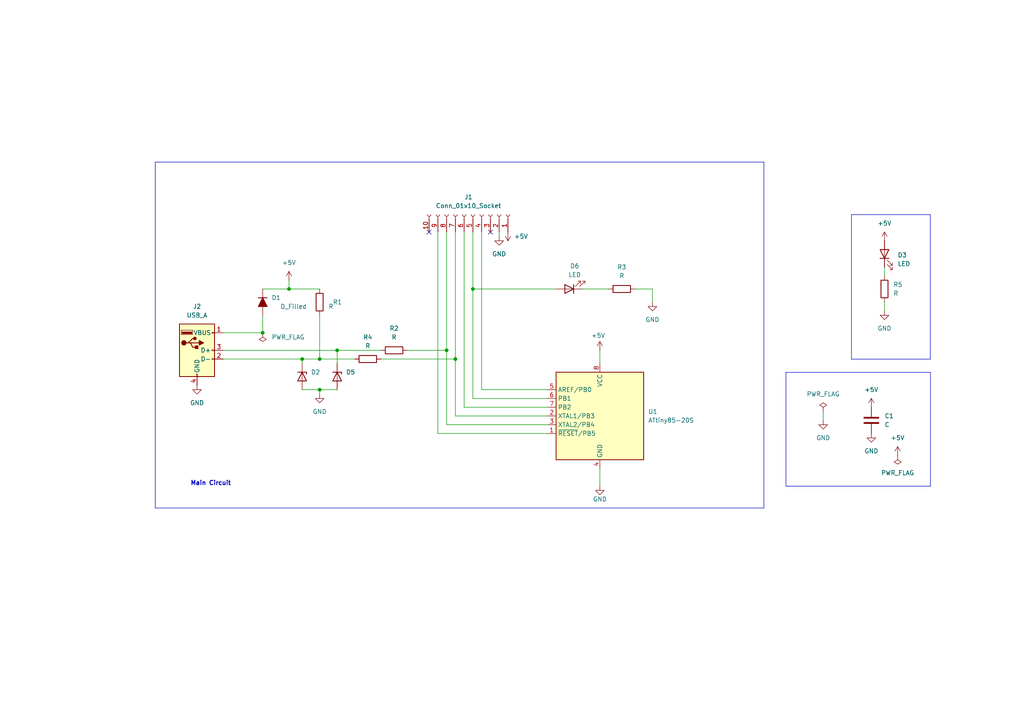
<source format=kicad_sch>
(kicad_sch (version 20230121) (generator eeschema)
  (paper "A4")
  (title_block (date "2024-03-18") (rev "version Test2024") (company "UCC") (comment 1 "proyectoBase2024"))
  (lib_symbols
    (symbol "+5V_1" (power) (pin_names (offset 0))
      (property "Value" "+5V_1" (at 0 3.556 0))
      (symbol "+5V_1_0_1"
        (polyline (pts (xy -0.762 1.27) (xy 0 2.54)))
        (polyline (pts (xy 0 0) (xy 0 2.54)))
        (polyline (pts (xy 0 2.54) (xy 0.762 1.27)))
      )
      (symbol "+5V_1_1_1"
        (pin power_in line (at 0 0 90) (length 0) hide (name "+5V") (number "1"))
      )
    )
    (symbol "Connector:Conn_01x10_Socket" (pin_names (offset 1.016) hide)
      (property "Reference" "J" (at 0 12.7 0))
      (property "Value" "Conn_01x10_Socket" (at 0 -15.24 0))
      (symbol "Conn_01x10_Socket_1_1"
        (arc (start 0 -12.192) (mid -0.5058 -12.7) (end 0 -13.208) (stroke (width 0.1524)))
        (arc (start 0 -9.652) (mid -0.5058 -10.16) (end 0 -10.668) (stroke (width 0.1524)))
        (arc (start 0 -7.112) (mid -0.5058 -7.62) (end 0 -8.128) (stroke (width 0.1524)))
        (arc (start 0 -4.572) (mid -0.5058 -5.08) (end 0 -5.588) (stroke (width 0.1524)))
        (arc (start 0 -2.032) (mid -0.5058 -2.54) (end 0 -3.048) (stroke (width 0.1524)))
        (polyline (pts (xy -1.27 -12.7) (xy -0.508 -12.7)) (stroke (width 0.1524)))
        (polyline (pts (xy -1.27 -10.16) (xy -0.508 -10.16)) (stroke (width 0.1524)))
        (polyline (pts (xy -1.27 -7.62) (xy -0.508 -7.62)) (stroke (width 0.1524)))
        (polyline (pts (xy -1.27 -5.08) (xy -0.508 -5.08)) (stroke (width 0.1524)))
        (polyline (pts (xy -1.27 -2.54) (xy -0.508 -2.54)) (stroke (width 0.1524)))
        (polyline (pts (xy -1.27 0) (xy -0.508 0)) (stroke (width 0.1524)))
        (polyline (pts (xy -1.27 2.54) (xy -0.508 2.54)) (stroke (width 0.1524)))
        (polyline (pts (xy -1.27 5.08) (xy -0.508 5.08)) (stroke (width 0.1524)))
        (polyline (pts (xy -1.27 7.62) (xy -0.508 7.62)) (stroke (width 0.1524)))
        (polyline (pts (xy -1.27 10.16) (xy -0.508 10.16)) (stroke (width 0.1524)))
        (arc (start 0 0.508) (mid -0.5058 0) (end 0 -0.508) (stroke (width 0.1524)))
        (arc (start 0 3.048) (mid -0.5058 2.54) (end 0 2.032) (stroke (width 0.1524)))
        (arc (start 0 5.588) (mid -0.5058 5.08) (end 0 4.572) (stroke (width 0.1524)))
        (arc (start 0 8.128) (mid -0.5058 7.62) (end 0 7.112) (stroke (width 0.1524)))
        (arc (start 0 10.668) (mid -0.5058 10.16) (end 0 9.652) (stroke (width 0.1524)))
        (pin passive line (at -5.08 10.16 0) (length 3.81) (name "Pin_1") (number "1"))
        (pin passive line (at -5.08 -12.7 0) (length 3.81) (name "Pin_10") (number "10"))
        (pin passive line (at -5.08 7.62 0) (length 3.81) (name "Pin_2") (number "2"))
        (pin passive line (at -5.08 5.08 0) (length 3.81) (name "Pin_3") (number "3"))
        (pin passive line (at -5.08 2.54 0) (length 3.81) (name "Pin_4") (number "4"))
        (pin passive line (at -5.08 0 0) (length 3.81) (name "Pin_5") (number "5"))
        (pin passive line (at -5.08 -2.54 0) (length 3.81) (name "Pin_6") (number "6"))
        (pin passive line (at -5.08 -5.08 0) (length 3.81) (name "Pin_7") (number "7"))
        (pin passive line (at -5.08 -7.62 0) (length 3.81) (name "Pin_8") (number "8"))
        (pin passive line (at -5.08 -10.16 0) (length 3.81) (name "Pin_9") (number "9"))
      )
    )
    (symbol "Connector:USB_A" (pin_names (offset 1.016))
      (property "Reference" "J2" (at 0 12.7 0))
      (property "Value" "USB_A" (at 0 10.16 0))
      (symbol "USB_A_0_1"
        (rectangle (start -5.08 -7.62) (end 5.08 7.62) (stroke (width 0.254)) (fill (type background)))
        (circle (center -3.81 2.159) (radius 0.635) (stroke (width 0.254)) (fill (type outline)))
        (rectangle (start -1.524 4.826) (end -4.318 5.334) (fill (type outline)))
        (rectangle (start -1.27 4.572) (end -4.572 5.842))
        (circle (center -0.635 3.429) (radius 0.381) (stroke (width 0.254)) (fill (type outline)))
        (rectangle (start -0.127 -7.62) (end 0.127 -6.858))
        (polyline (pts (xy -3.175 2.159) (xy -2.54 2.159) (xy -1.27 3.429) (xy -0.635 3.429)) (stroke (width 0.254)))
        (polyline (pts (xy -2.54 2.159) (xy -1.905 2.159) (xy -1.27 0.889) (xy 0 0.889)) (stroke (width 0.254)))
        (polyline (pts (xy 0.635 2.794) (xy 0.635 1.524) (xy 1.905 2.159) (xy 0.635 2.794)) (stroke (width 0.254)) (fill (type outline)))
        (rectangle (start 0.254 1.27) (end -0.508 0.508) (stroke (width 0.254)) (fill (type outline)))
        (rectangle (start 5.08 -2.667) (end 4.318 -2.413))
        (rectangle (start 5.08 -0.127) (end 4.318 0.127))
        (rectangle (start 5.08 4.953) (end 4.318 5.207))
      )
      (symbol "USB_A_1_1"
        (polyline (pts (xy -1.905 2.159) (xy 0.635 2.159)) (stroke (width 0.254)))
        (pin power_in line (at 7.62 5.08 180) (length 2.54) (name "VBUS") (number "1"))
        (pin bidirectional line (at 7.62 -2.54 180) (length 2.54) (name "D-") (number "2"))
        (pin bidirectional line (at 7.62 0 180) (length 2.54) (name "D+") (number "3"))
        (pin power_in line (at 0 -10.16 90) (length 2.54) (name "GND") (number "4"))
      )
    )
    (symbol "D_Filled_1" (pin_numbers hide) (pin_names (offset 1.016) hide)
      (property "Reference" "D" (at 0 2.54 0))
      (property "Value" "D_Filled" (at 0 -2.54 0))
      (symbol "D_Filled_1_0_1"
        (polyline (pts (xy -1.27 1.27) (xy -1.27 -1.27)) (stroke (width 0.254)))
        (polyline (pts (xy 1.27 0) (xy -1.27 0)))
        (polyline (pts (xy 1.27 1.27) (xy 1.27 -1.27) (xy -1.27 0) (xy 1.27 1.27)) (stroke (width 0.254)) (fill (type outline)))
      )
      (symbol "D_Filled_1_1_1"
        (pin passive line (at -3.81 0 0) (length 2.54) (name "K") (number "1"))
        (pin passive line (at 3.81 0 180) (length 2.54) (name "A") (number "2"))
      )
    )
    (symbol "Device:C" (pin_numbers hide) (pin_names (offset 0.254))
      (property "Reference" "C" (at 0.635 2.54 0))
      (property "Value" "C" (at 0.635 -2.54 0))
      (symbol "C_0_1"
        (polyline (pts (xy -2.032 -0.762) (xy 2.032 -0.762)) (stroke (width 0.508)))
        (polyline (pts (xy -2.032 0.762) (xy 2.032 0.762)) (stroke (width 0.508)))
      )
      (symbol "C_1_1"
        (pin passive line (at 0 3.81 270) (length 2.794) (name "~") (number "1"))
        (pin passive line (at 0 -3.81 90) (length 2.794) (name "~") (number "2"))
      )
    )
    (symbol "Device:D_Zener" (pin_numbers hide) (pin_names (offset 1.016) hide)
      (property "Reference" "D" (at 0 2.54 0))
      (property "Value" "D_Zener" (at 0 -2.54 0))
      (symbol "D_Zener_0_1"
        (polyline (pts (xy 1.27 0) (xy -1.27 0)))
        (polyline (pts (xy -1.27 -1.27) (xy -1.27 1.27) (xy -0.762 1.27)) (stroke (width 0.254)))
        (polyline (pts (xy 1.27 -1.27) (xy 1.27 1.27) (xy -1.27 0) (xy 1.27 -1.27)) (stroke (width 0.254)))
      )
      (symbol "D_Zener_1_1"
        (pin passive line (at -3.81 0 0) (length 2.54) (name "K") (number "1"))
        (pin passive line (at 3.81 0 180) (length 2.54) (name "A") (number "2"))
      )
    )
    (symbol "Device:LED" (pin_numbers hide) (pin_names (offset 1.016) hide)
      (property "Reference" "D" (at 0 2.54 0))
      (property "Value" "LED" (at 0 -2.54 0))
      (symbol "LED_0_1"
        (polyline (pts (xy -1.27 -1.27) (xy -1.27 1.27)) (stroke (width 0.254)))
        (polyline (pts (xy -1.27 0) (xy 1.27 0)))
        (polyline (pts (xy 1.27 -1.27) (xy 1.27 1.27) (xy -1.27 0) (xy 1.27 -1.27)) (stroke (width 0.254)))
        (polyline (pts (xy -3.048 -0.762) (xy -4.572 -2.286) (xy -3.81 -2.286) (xy -4.572 -2.286) (xy -4.572 -1.524)))
        (polyline (pts (xy -1.778 -0.762) (xy -3.302 -2.286) (xy -2.54 -2.286) (xy -3.302 -2.286) (xy -3.302 -1.524)))
      )
      (symbol "LED_1_1"
        (pin passive line (at -3.81 0 0) (length 2.54) (name "K") (number "1"))
        (pin passive line (at 3.81 0 180) (length 2.54) (name "A") (number "2"))
      )
    )
    (symbol "Device:R" (pin_numbers hide) (pin_names (offset 0))
      (property "Reference" "R" (at 2.032 0 90))
      (property "Value" "R" (at 0 0 90))
      (symbol "R_0_1"
        (rectangle (start -1.016 -2.54) (end 1.016 2.54) (stroke (width 0.254)))
      )
      (symbol "R_1_1"
        (pin passive line (at 0 3.81 270) (length 1.27) (name "~") (number "1"))
        (pin passive line (at 0 -3.81 90) (length 1.27) (name "~") (number "2"))
      )
    )
    (symbol "GND_1" (power) (pin_names (offset 0))
      (property "Value" "GND_1" (at 0 -3.81 0))
      (symbol "GND_1_0_1"
        (polyline (pts (xy 0 0) (xy 0 -1.27) (xy 1.27 -1.27) (xy 0 -2.54) (xy -1.27 -1.27) (xy 0 -1.27)))
      )
      (symbol "GND_1_1_1"
        (pin power_in line (at 0 0 270) (length 0) hide (name "GND") (number "1"))
      )
    )
    (symbol "MCU_Microchip_ATtiny:ATtiny85-20S"
      (property "Reference" "U" (at -12.7 13.97 0))
      (property "Value" "ATtiny85-20S" (at 2.54 -13.97 0))
      (symbol "ATtiny85-20S_0_1"
        (rectangle (start -12.7 -12.7) (end 12.7 12.7) (stroke (width 0.254)) (fill (type background)))
      )
      (symbol "ATtiny85-20S_1_1"
        (pin bidirectional line (at 15.24 -5.08 180) (length 2.54) (name "~{RESET}/PB5") (number "1"))
        (pin bidirectional line (at 15.24 0 180) (length 2.54) (name "XTAL1/PB3") (number "2"))
        (pin bidirectional line (at 15.24 -2.54 180) (length 2.54) (name "XTAL2/PB4") (number "3"))
        (pin power_in line (at 0 -15.24 90) (length 2.54) (name "GND") (number "4"))
        (pin bidirectional line (at 15.24 7.62 180) (length 2.54) (name "AREF/PB0") (number "5"))
        (pin bidirectional line (at 15.24 5.08 180) (length 2.54) (name "PB1") (number "6"))
        (pin bidirectional line (at 15.24 2.54 180) (length 2.54) (name "PB2") (number "7"))
        (pin power_in line (at 0 15.24 270) (length 2.54) (name "VCC") (number "8"))
      )
    )
    (symbol "PWR_FLAG_1" (power) (pin_numbers hide) (pin_names (offset 0) hide)
      (property "Value" "PWR_FLAG_1" (at 0 3.81 0))
      (symbol "PWR_FLAG_1_0_0"
        (pin power_out line (at 0 0 90) (length 0) (name "pwr") (number "1"))
      )
      (symbol "PWR_FLAG_1_0_1"
        (polyline (pts (xy 0 0) (xy 0 1.27) (xy -1.016 1.905) (xy 0 2.54) (xy 1.016 1.905) (xy 0 1.27)))
      )
    )
    (symbol "power:+5V" (power) (pin_names (offset 0))
      (property "Value" "+5V" (at 0 3.556 0))
      (symbol "+5V_0_1"
        (polyline (pts (xy -0.762 1.27) (xy 0 2.54)))
        (polyline (pts (xy 0 0) (xy 0 2.54)))
        (polyline (pts (xy 0 2.54) (xy 0.762 1.27)))
      )
      (symbol "+5V_1_1"
        (pin power_in line (at 0 0 90) (length 0) hide (name "+5V") (number "1"))
      )
    )
  )
  (junction (at 92.71 113.03))
  (junction (at 97.79 101.6))
  (junction (at 76.2 96.52))
  (junction (at 83.82 83.82))
  (junction (at 92.71 104.14))
  (junction (at 132.08 104.14))
  (junction (at 137.16 83.82))
  (junction (at 87.63 104.14))
  (junction (at 129.54 101.6))
  (no_connect (at 124.46 67.31))
  (no_connect (at 142.24 67.31))
  (wire (pts (xy 189.23 87.63) (xy 189.23 83.82)))
  (polyline (pts (xy 45.0342 147.3454) (xy 45.0342 47.0154)))
  (wire (pts (xy 173.99 135.89) (xy 173.99 140.97)))
  (wire (pts (xy 158.75 115.57) (xy 137.16 115.57)))
  (wire (pts (xy 129.54 123.19) (xy 129.54 101.6)))
  (wire (pts (xy 139.7 67.31) (xy 139.7 113.03)))
  (wire (pts (xy 132.08 120.65) (xy 158.75 120.65)))
  (polyline (pts (xy 221.5642 47.0154) (xy 221.5642 147.3454)))
  (wire (pts (xy 137.16 83.82) (xy 137.16 115.57)))
  (wire (pts (xy 83.82 81.28) (xy 83.82 83.82)))
  (wire (pts (xy 256.54 87.63) (xy 256.54 90.17)))
  (wire (pts (xy 92.71 104.14) (xy 102.87 104.14)))
  (wire (pts (xy 161.29 83.82) (xy 137.16 83.82)))
  (wire (pts (xy 256.54 77.47) (xy 256.54 80.01)))
  (wire (pts (xy 129.54 67.31) (xy 129.54 101.6)))
  (wire (pts (xy 92.71 91.44) (xy 92.71 104.14)))
  (wire (pts (xy 76.2 91.44) (xy 76.2 96.52)))
  (wire (pts (xy 76.2 96.52) (xy 64.77 96.52)))
  (polyline (pts (xy 269.8242 62.2554) (xy 269.8242 104.1654)))
  (wire (pts (xy 127 67.31) (xy 127 125.73)))
  (wire (pts (xy 176.53 83.82) (xy 168.91 83.82)))
  (wire (pts (xy 132.08 67.31) (xy 132.08 104.14)))
  (wire (pts (xy 158.75 118.11) (xy 134.62 118.11)))
  (polyline (pts (xy 227.965 108.0008) (xy 269.875 108.0008)))
  (wire (pts (xy 87.63 105.41) (xy 87.63 104.14)))
  (wire (pts (xy 144.78 68.58) (xy 144.78 67.31)))
  (wire (pts (xy 97.79 101.6) (xy 97.79 105.41)))
  (wire (pts (xy 118.11 101.6) (xy 129.54 101.6)))
  (polyline (pts (xy 269.8242 104.1654) (xy 246.9642 104.1654)))
  (wire (pts (xy 189.23 83.82) (xy 184.15 83.82)))
  (wire (pts (xy 97.79 101.6) (xy 110.49 101.6)))
  (wire (pts (xy 158.75 113.03) (xy 139.7 113.03)))
  (polyline (pts (xy 227.965 141.0208) (xy 227.965 108.0008)))
  (polyline (pts (xy 221.5642 147.3454) (xy 45.0342 147.3454)))
  (wire (pts (xy 92.71 113.03) (xy 92.71 114.3)))
  (wire (pts (xy 92.71 83.82) (xy 83.82 83.82)))
  (wire (pts (xy 127 125.73) (xy 158.75 125.73)))
  (wire (pts (xy 64.77 104.14) (xy 87.63 104.14)))
  (wire (pts (xy 132.08 104.14) (xy 132.08 120.65)))
  (wire (pts (xy 158.75 123.19) (xy 129.54 123.19)))
  (wire (pts (xy 134.62 67.31) (xy 134.62 118.11)))
  (wire (pts (xy 83.82 83.82) (xy 76.2 83.82)))
  (polyline (pts (xy 246.9642 104.1654) (xy 246.9642 62.2554)))
  (polyline (pts (xy 246.9642 62.2554) (xy 269.8242 62.2554)))
  (wire (pts (xy 110.49 104.14) (xy 132.08 104.14)))
  (wire (pts (xy 97.79 113.03) (xy 92.71 113.03)))
  (wire (pts (xy 137.16 67.31) (xy 137.16 83.82)))
  (wire (pts (xy 64.77 101.6) (xy 97.79 101.6)))
  (polyline (pts (xy 269.875 108.0008) (xy 269.875 141.0208)))
  (wire (pts (xy 173.99 101.6) (xy 173.99 105.41)))
  (polyline (pts (xy 45.0342 47.0154) (xy 221.5642 47.0154)))
  (wire (pts (xy 87.63 113.03) (xy 92.71 113.03)))
  (polyline (pts (xy 269.875 141.0208) (xy 227.965 141.0208)))
  (wire (pts (xy 238.76 119.38) (xy 238.76 121.92)))
  (wire (pts (xy 87.63 104.14) (xy 92.71 104.14)))
  (text "Main Circuit" (at 55.1942 140.9954 0) (effects (font (size 1.27 1.27) (thickness 0.254) bold) (justify left bottom)))
  (symbol (lib_id "Device:D_Zener") (at 97.79 109.22 270) (unit 1)
    (property "Reference" "D5" (at 100.33 107.95 90) (effects (justify left)))
    (property "Value" "D_Zener" (effects hide))
    (property "Footprint" "Diode_SMD:D_SOD-123" (effects hide))
  )
  (symbol (lib_name "GND_1") (lib_id "power:GND") (at 238.76 121.92 0) (unit 1)
    (property "Reference" "#PWR09" (effects hide))
    (property "Value" "GND" (at 238.76 127 0))
  )
  (symbol (lib_id "power:+5V") (at 147.32 67.31 180) (unit 1)
    (property "Reference" "#PWR010" (effects hide))
    (property "Value" "+5V" (at 151.13 68.58 0))
  )
  (symbol (lib_name "GND_1") (lib_id "power:GND") (at 144.78 68.58 0) (unit 1)
    (property "Reference" "#PWR04" (effects hide))
    (property "Value" "GND" (at 144.78 73.66 0))
  )
  (symbol (lib_id "Device:LED") (at 256.54 73.66 90) (unit 1)
    (property "Reference" "D3" (at 260.35 73.9775 90) (effects (justify right)))
    (property "Value" "LED" (at 260.35 76.5175 90) (effects (justify right)))
    (property "Footprint" "ledSmd:ledSMD" (effects hide))
  )
  (symbol (lib_id "Device:R") (at 180.34 83.82 90) (unit 1)
    (property "Reference" "R3" (at 180.34 77.47 90))
    (property "Value" "R" (at 180.34 80.01 90))
    (property "Footprint" "Resistor_SMD:R_0805_2012Metric_Pad1.20x1.40mm_HandSolder" (effects hide))
  )
  (symbol (lib_id "Device:R") (at 92.71 87.63 0) (unit 1)
    (property "Reference" "R1" (at 96.52 87.63 0) (effects (justify left)))
    (property "Value" "R" (at 95.25 88.9 0) (effects (justify left)))
    (property "Footprint" "Resistor_SMD:R_0805_2012Metric_Pad1.20x1.40mm_HandSolder" (effects hide))
  )
  (symbol (lib_id "power:+5V") (at 173.99 101.6 0) (unit 1)
    (property "Reference" "#PWR015" (effects hide))
    (property "Value" "+5V" (at 173.4987 97.3119 0))
  )
  (symbol (lib_name "PWR_FLAG_1") (lib_id "power:PWR_FLAG") (at 238.76 119.38 0) (unit 1)
    (property "Reference" "#FLG02" (effects hide))
    (property "Value" "PWR_FLAG" (at 238.76 114.3 0))
  )
  (symbol (lib_id "Device:D_Zener") (at 87.63 109.22 270) (unit 1)
    (property "Reference" "D2" (at 90.17 107.95 90) (effects (justify left)))
    (property "Value" "D_Zener" (effects hide))
    (property "Footprint" "Diode_SMD:D_SOD-123" (effects hide))
  )
  (symbol (lib_id "power:+5V") (at 256.54 69.85 0) (unit 1)
    (property "Reference" "#PWR011" (effects hide))
    (property "Value" "+5V" (at 256.54 64.77 0))
  )
  (symbol (lib_id "MCU_Microchip_ATtiny:ATtiny85-20S") (at 173.99 120.65 0) (mirror y) (unit 1)
    (property "Reference" "U1" (at 187.96 119.38 0) (effects (justify right)))
    (property "Value" "ATtiny85-20S" (at 187.96 121.92 0) (effects (justify right)))
    (property "Footprint" "Package_SO:SOIC-8W_5.3x5.3mm_P1.27mm" (effects hide))
    (property "Datasheet" "http://ww1.microchip.com/downloads/en/DeviceDoc/atmel-2586-avr-8-bit-microcontroller-attiny25-attiny45-attiny85_datasheet.pdf" (effects hide))
  )
  (symbol (lib_id "Connector:Conn_01x10_Socket") (at 137.16 62.23 270) (mirror x) (unit 1)
    (property "Reference" "J1" (at 135.89 57.15 90))
    (property "Value" "Conn_01x10_Socket" (at 135.89 59.69 90))
    (property "Footprint" "Connector_PinHeader_2.54mm:PinHeader_1x10_P2.54mm_Vertical" (effects hide))
  )
  (symbol (lib_name "PWR_FLAG_1") (lib_id "power:PWR_FLAG") (at 76.2 96.52 180) (unit 1)
    (property "Reference" "#FLG01" (effects hide))
    (property "Value" "PWR_FLAG" (at 78.74 97.79 0) (effects (justify right)))
  )
  (symbol (lib_name "PWR_FLAG_1") (lib_id "power:PWR_FLAG") (at 260.35 132.08 180) (unit 1)
    (property "Reference" "#FLG03" (effects hide))
    (property "Value" "PWR_FLAG" (at 260.35 137.16 0))
  )
  (symbol (lib_id "power:+5V") (at 260.35 132.08 0) (unit 1)
    (property "Reference" "#PWR013" (effects hide))
    (property "Value" "+5V" (at 260.35 127 0))
  )
  (symbol (lib_name "GND_1") (lib_id "power:GND") (at 92.71 114.3 0) (unit 1)
    (property "Reference" "#PWR06" (effects hide))
    (property "Value" "GND" (at 92.71 119.38 0))
  )
  (symbol (lib_name "GND_1") (lib_id "power:GND") (at 252.73 125.73 0) (unit 1)
    (property "Reference" "#PWR08" (effects hide))
    (property "Value" "GND" (at 252.73 130.81 0))
  )
  (symbol (lib_id "Device:LED") (at 165.1 83.82 180) (unit 1)
    (property "Reference" "D6" (at 166.6875 77.1562 0))
    (property "Value" "LED" (at 166.6875 79.6962 0))
    (property "Footprint" "ledSmd:ledSMD" (effects hide))
  )
  (symbol (lib_name "GND_1") (lib_id "power:GND") (at 57.15 111.76 0) (unit 1)
    (property "Reference" "#PWR03" (effects hide))
    (property "Value" "GND" (at 57.15 116.84 0))
  )
  (symbol (lib_id "Device:R") (at 106.68 104.14 90) (unit 1)
    (property "Reference" "R4" (at 106.68 97.79 90))
    (property "Value" "R" (at 106.68 100.33 90))
    (property "Footprint" "Resistor_SMD:R_0805_2012Metric_Pad1.20x1.40mm_HandSolder" (effects hide))
  )
  (symbol (lib_id "Connector:USB_A") (at 57.15 101.6 0) (unit 1)
    (property "Reference" "J2" (at 57.15 88.9 0))
    (property "Value" "USB_A" (at 57.15 91.44 0))
    (property "Footprint" "embeddedPcbUsb:USB_A_UCC" (effects hide))
    (property "Datasheet" " ~" (effects hide))
  )
  (symbol (lib_name "GND_1") (lib_id "power:GND") (at 256.54 90.17 0) (unit 1)
    (property "Reference" "#PWR02" (effects hide))
    (property "Value" "GND" (at 256.54 95.25 0))
  )
  (symbol (lib_id "Device:R") (at 256.54 83.82 0) (unit 1)
    (property "Reference" "R5" (at 259.08 82.55 0) (effects (justify left)))
    (property "Value" "R" (at 259.08 85.09 0) (effects (justify left)))
    (property "Footprint" "Resistor_SMD:R_0805_2012Metric_Pad1.20x1.40mm_HandSolder" (effects hide))
  )
  (symbol (lib_name "+5V_1") (lib_id "power:+5V") (at 83.82 81.28 0) (unit 1)
    (property "Reference" "#PWR01" (effects hide))
    (property "Value" "+5V" (at 83.82 76.2 0))
  )
  (symbol (lib_id "Device:R") (at 114.3 101.6 90) (unit 1)
    (property "Reference" "R2" (at 114.3 95.25 90))
    (property "Value" "R" (at 114.3 97.79 90))
    (property "Footprint" "Resistor_SMD:R_0805_2012Metric_Pad1.20x1.40mm_HandSolder" (effects hide))
  )
  (symbol (lib_id "power:+5V") (at 252.73 118.11 0) (unit 1)
    (property "Reference" "#PWR012" (effects hide))
    (property "Value" "+5V" (at 252.73 113.03 0))
  )
  (symbol (lib_id "Device:C") (at 252.73 121.92 0) (unit 1)
    (property "Reference" "C1" (at 256.54 120.65 0) (effects (justify left)))
    (property "Value" "C" (at 256.54 123.19 0) (effects (justify left)))
    (property "Footprint" "Capacitor_SMD:C_0805_2012Metric_Pad1.18x1.45mm_HandSolder" (effects hide))
  )
  (symbol (lib_name "GND_1") (lib_id "power:GND") (at 173.99 140.97 0) (unit 1)
    (property "Reference" "#PWR07" (effects hide))
    (property "Value" "GND" (at 173.99 144.78 0))
  )
  (symbol (lib_name "D_Filled_1") (lib_id "Device:D_Filled") (at 76.2 87.63 270) (unit 1)
    (property "Reference" "D1" (at 78.74 86.36 90) (effects (justify left)))
    (property "Value" "D_Filled" (at 81.28 88.9 90) (effects (justify left)))
    (property "Footprint" "Diode_SMD:D_MiniMELF" (effects hide))
    (property "Sim.Device" "D" (effects hide))
    (property "Sim.Pins" "1=K 2=A" (effects hide))
  )
  (symbol (lib_name "GND_1") (lib_id "power:GND") (at 189.23 87.63 0) (unit 1)
    (property "Reference" "#PWR05" (effects hide))
    (property "Value" "GND" (at 189.23 92.71 0))
  )
)
</source>
